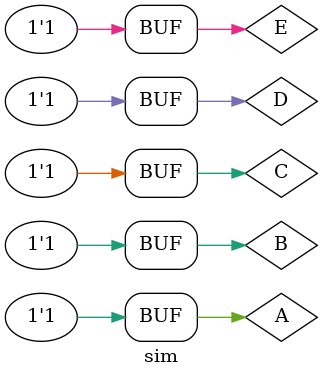
<source format=v>
`timescale 1ns / 1ps

module sim();
    reg A,B,C,D,E; 
    wire F;
    mls_3 U1(A,B,C,D,E,F);
    initial
    begin
        A = 1'b0;
		B = 1'b0;
        C = 1'b0;
        D = 1'b0;
        E = 1'b0;
        #100
		A = 1'b0;
        B = 1'b0;
        C = 1'b0;
        D = 1'b0;
        E = 1'b1;
        #100
		A = 1'b0;
        B = 1'b0;
        C = 1'b0;
        D = 1'b1;
        E = 1'b0;
        #100
		A = 1'b0;
        B = 1'b0;
        C = 1'b0;
        D = 1'b1;
        E = 1'b1;
        #100
		A = 1'b0;
        B = 1'b0;
        C = 1'b1;
        D = 1'b0;
        E = 1'b0;
        #100
		A = 1'b0;
        B = 1'b0;
        C = 1'b1;
        D = 1'b0;
        E = 1'b1;
        #100
		A = 1'b0;
        B = 1'b0;
        C = 1'b1;
        D = 1'b1;
        E = 1'b0;
        #100
		A = 1'b0;
        B = 1'b0;
        C = 1'b1;
        D = 1'b1;
		E = 1'b1;
        #100
		A = 1'b0;
		B = 1'b1;
        C = 1'b0;
        D = 1'b0;
        E = 1'b0;
        #100
		A = 1'b0;
		B = 1'b1;
        C = 1'b0;
        D = 1'b0;
        E = 1'b1;
        #100
		A = 1'b0;
		B = 1'b1;
        C = 1'b0;
        D = 1'b1;
        E = 1'b0;
        #100
		A = 1'b0;
		B = 1'b1;
        C = 1'b0;
        D = 1'b1;
        E = 1'b1;
        #100
		A = 1'b0;
		B = 1'b1;
        C = 1'b1;
        D = 1'b0;
        E = 1'b0;
        #100
		A = 1'b0;
		B = 1'b1;
        C = 1'b1;
        D = 1'b0;
        E = 1'b1;
        #100
		A = 1'b0;
		B = 1'b1;
        C = 1'b1;
        D = 1'b1;
        E = 1'b0;
        #100
		A = 1'b0;
		B = 1'b1;
        C = 1'b1;
        D = 1'b1;
        E = 1'b1;
        #100
        A = 1'b1;
		B = 1'b0;
        C = 1'b0;
        D = 1'b0;
        E = 1'b0;
        #100
		A = 1'b1;
        B = 1'b0;
        C = 1'b0;
        D = 1'b0;
        E = 1'b1;
        #100
		A = 1'b1;
        B = 1'b0;
        C = 1'b0;
        D = 1'b1;
        E = 1'b0;
        #100
		A = 1'b1;
        B = 1'b0;
        C = 1'b0;
        D = 1'b1;
        E = 1'b1;
        #100
		A = 1'b1;
        B = 1'b0;
        C = 1'b1;
        D = 1'b0;
        E = 1'b0;
        #100
		A = 1'b1;
        B = 1'b0;
        C = 1'b1;
        D = 1'b0;
        E = 1'b1;
        #100
		A = 1'b1;
        B = 1'b0;
        C = 1'b1;
        D = 1'b1;
        E = 1'b0;
        #100
		A = 1'b1;
        B = 1'b0;
        C = 1'b1;
        D = 1'b1;
		E = 1'b1;
        #100
		A = 1'b1;
		B = 1'b1;
        C = 1'b0;
        D = 1'b0;
        E = 1'b0;
        #100
		A = 1'b1;
		B = 1'b1;
        C = 1'b0;
        D = 1'b0;
        E = 1'b1;
        #100
		A = 1'b1;
		B = 1'b1;
        C = 1'b0;
        D = 1'b1;
        E = 1'b0;
        #100
		A = 1'b1;
		B = 1'b1;
        C = 1'b0;
        D = 1'b1;
        E = 1'b1;
        #100
		A = 1'b1;
		B = 1'b1;
        C = 1'b1;
        D = 1'b0;
        E = 1'b0;
        #100
		A = 1'b1;
		B = 1'b1;
        C = 1'b1;
        D = 1'b0;
        E = 1'b1;
        #100
		A = 1'b1;
		B = 1'b1;
        C = 1'b1;
        D = 1'b1;
        E = 1'b0;
        #100
		A = 1'b1;
		B = 1'b1;
        C = 1'b1;
        D = 1'b1;
        E = 1'b1;
    end
endmodule

</source>
